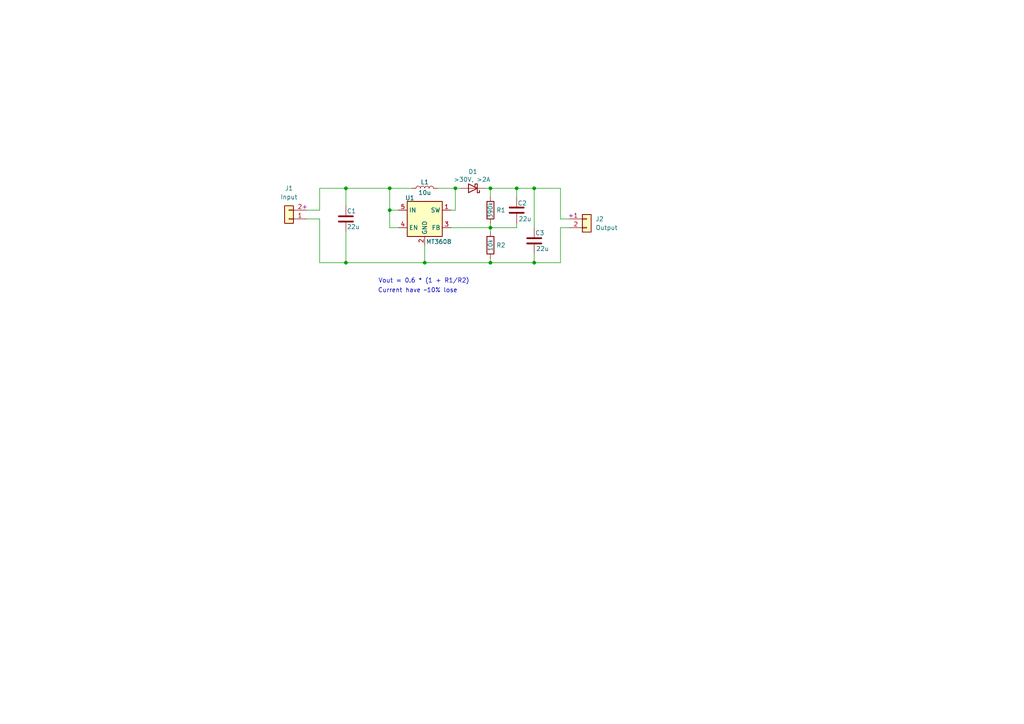
<source format=kicad_sch>
(kicad_sch (version 20231120) (generator "eeschema") (generator_version "8.0")
  (paper "A4")
  (lib_symbols
    (symbol "Connector_Generic:Conn_01x02" (pin_names (offset 1.016) hide)
      (property "Reference" "J" (at 0 2.54 0))
      (property "Value" "Conn_01x02" (at 0 -5.08 0))
      (symbol "Conn_01x02_1_1"
        (rectangle (start -1.27 -2.413) (end 0 -2.667) (stroke (width 0.1524)))
        (rectangle (start -1.27 0.127) (end 0 -0.127) (stroke (width 0.1524)))
        (rectangle (start -1.27 1.27) (end 1.27 -3.81) (stroke (width 0.254)) (fill (type background)))
        (pin passive line (at -5.08 0 0) (length 3.81) (name "Pin_1") (number "1"))
        (pin passive line (at -5.08 -2.54 0) (length 3.81) (name "Pin_2") (number "2"))
      )
    )
    (symbol "Device:C" (pin_numbers hide) (pin_names (offset 0.254))
      (property "Reference" "C" (at 0.635 2.54 0))
      (property "Value" "C" (at 0.635 -2.54 0))
      (symbol "C_0_1"
        (polyline (pts (xy -2.032 -0.762) (xy 2.032 -0.762)) (stroke (width 0.508)))
        (polyline (pts (xy -2.032 0.762) (xy 2.032 0.762)) (stroke (width 0.508)))
      )
      (symbol "C_1_1"
        (pin passive line (at 0 3.81 270) (length 2.794) (name "~") (number "1"))
        (pin passive line (at 0 -3.81 90) (length 2.794) (name "~") (number "2"))
      )
    )
    (symbol "Device:D_Schottky" (pin_numbers hide) (pin_names (offset 1.016) hide)
      (property "Reference" "D" (at 0 2.54 0))
      (property "Value" "D_Schottky" (at 0 -2.54 0))
      (symbol "D_Schottky_0_1"
        (polyline (pts (xy 1.27 0) (xy -1.27 0)))
        (polyline (pts (xy 1.27 1.27) (xy 1.27 -1.27) (xy -1.27 0) (xy 1.27 1.27)) (stroke (width 0.254)))
        (polyline (pts (xy -1.905 0.635) (xy -1.905 1.27) (xy -1.27 1.27) (xy -1.27 -1.27) (xy -0.635 -1.27) (xy -0.635 -0.635)) (stroke (width 0.254)))
      )
      (symbol "D_Schottky_1_1"
        (pin passive line (at -3.81 0 0) (length 2.54) (name "K") (number "1"))
        (pin passive line (at 3.81 0 180) (length 2.54) (name "A") (number "2"))
      )
    )
    (symbol "Device:L" (pin_numbers hide) (pin_names (offset 1.016) hide)
      (property "Reference" "L" (at -1.27 0 90))
      (property "Value" "L" (at 1.905 0 90))
      (symbol "L_0_1"
        (arc (start 0 -2.54) (mid 0.6323 -1.905) (end 0 -1.27))
        (arc (start 0 -1.27) (mid 0.6323 -0.635) (end 0 0))
        (arc (start 0 0) (mid 0.6323 0.635) (end 0 1.27))
        (arc (start 0 1.27) (mid 0.6323 1.905) (end 0 2.54))
      )
      (symbol "L_1_1"
        (pin passive line (at 0 3.81 270) (length 1.27) (name "1") (number "1"))
        (pin passive line (at 0 -3.81 90) (length 1.27) (name "2") (number "2"))
      )
    )
    (symbol "Device:R" (pin_numbers hide) (pin_names (offset 0))
      (property "Reference" "R" (at 2.032 0 90))
      (property "Value" "R" (at 0 0 90))
      (symbol "R_0_1"
        (rectangle (start -1.016 -2.54) (end 1.016 2.54) (stroke (width 0.254)))
      )
      (symbol "R_1_1"
        (pin passive line (at 0 3.81 270) (length 1.27) (name "~") (number "1"))
        (pin passive line (at 0 -3.81 90) (length 1.27) (name "~") (number "2"))
      )
    )
    (symbol "Regulator_Switching:MT3608"
      (property "Reference" "U" (at -2.54 8.89 0))
      (property "Value" "MT3608" (at -3.81 6.35 0))
      (symbol "MT3608_0_1"
        (rectangle (start -5.08 5.08) (end 5.08 -5.08) (stroke (width 0.254)) (fill (type background)))
      )
      (symbol "MT3608_1_1"
        (pin passive line (at 7.62 2.54 180) (length 2.54) (name "SW") (number "1"))
        (pin power_in line (at 0 -7.62 90) (length 2.54) (name "GND") (number "2"))
        (pin input line (at 7.62 -2.54 180) (length 2.54) (name "FB") (number "3"))
        (pin input line (at -7.62 -2.54 0) (length 2.54) (name "EN") (number "4"))
        (pin power_in line (at -7.62 2.54 0) (length 2.54) (name "IN") (number "5"))
        (pin no_connect line (at 5.08 0 180) (length 2.54) hide (name "NC") (number "6"))
      )
    )
  )
  (junction (at 142.24 66.04))
  (junction (at 113.03 60.96))
  (junction (at 154.94 76.2))
  (junction (at 142.24 54.61))
  (junction (at 132.08 54.61))
  (junction (at 154.94 54.61))
  (junction (at 100.33 54.61))
  (junction (at 142.24 76.2))
  (junction (at 123.19 76.2))
  (junction (at 100.33 76.2))
  (junction (at 113.03 54.61))
  (junction (at 149.86 54.61))
  (wire (pts (xy 142.24 74.93) (xy 142.24 76.2)))
  (wire (pts (xy 123.19 76.2) (xy 142.24 76.2)))
  (wire (pts (xy 100.33 54.61) (xy 113.03 54.61)))
  (wire (pts (xy 149.86 66.04) (xy 142.24 66.04)))
  (wire (pts (xy 127 54.61) (xy 132.08 54.61)))
  (wire (pts (xy 100.33 76.2) (xy 123.19 76.2)))
  (wire (pts (xy 92.71 60.96) (xy 92.71 54.61)))
  (wire (pts (xy 142.24 76.2) (xy 154.94 76.2)))
  (wire (pts (xy 88.9 60.96) (xy 92.71 60.96)))
  (wire (pts (xy 162.56 63.5) (xy 165.1 63.5)))
  (wire (pts (xy 123.19 71.12) (xy 123.19 76.2)))
  (wire (pts (xy 115.57 66.04) (xy 113.03 66.04)))
  (wire (pts (xy 142.24 67.31) (xy 142.24 66.04)))
  (wire (pts (xy 113.03 54.61) (xy 119.38 54.61)))
  (wire (pts (xy 92.71 76.2) (xy 100.33 76.2)))
  (wire (pts (xy 154.94 73.66) (xy 154.94 76.2)))
  (wire (pts (xy 149.86 64.77) (xy 149.86 66.04)))
  (wire (pts (xy 149.86 54.61) (xy 149.86 57.15)))
  (wire (pts (xy 142.24 54.61) (xy 142.24 57.15)))
  (wire (pts (xy 162.56 76.2) (xy 162.56 66.04)))
  (wire (pts (xy 113.03 60.96) (xy 113.03 54.61)))
  (wire (pts (xy 154.94 54.61) (xy 154.94 66.04)))
  (wire (pts (xy 154.94 76.2) (xy 162.56 76.2)))
  (wire (pts (xy 113.03 60.96) (xy 115.57 60.96)))
  (wire (pts (xy 92.71 63.5) (xy 92.71 76.2)))
  (wire (pts (xy 130.81 66.04) (xy 142.24 66.04)))
  (wire (pts (xy 92.71 54.61) (xy 100.33 54.61)))
  (wire (pts (xy 154.94 54.61) (xy 162.56 54.61)))
  (wire (pts (xy 140.97 54.61) (xy 142.24 54.61)))
  (wire (pts (xy 149.86 54.61) (xy 154.94 54.61)))
  (wire (pts (xy 132.08 60.96) (xy 132.08 54.61)))
  (wire (pts (xy 113.03 66.04) (xy 113.03 60.96)))
  (wire (pts (xy 88.9 63.5) (xy 92.71 63.5)))
  (wire (pts (xy 100.33 67.31) (xy 100.33 76.2)))
  (wire (pts (xy 132.08 54.61) (xy 133.35 54.61)))
  (wire (pts (xy 162.56 66.04) (xy 165.1 66.04)))
  (wire (pts (xy 142.24 54.61) (xy 149.86 54.61)))
  (wire (pts (xy 142.24 66.04) (xy 142.24 64.77)))
  (wire (pts (xy 130.81 60.96) (xy 132.08 60.96)))
  (wire (pts (xy 162.56 54.61) (xy 162.56 63.5)))
  (wire (pts (xy 100.33 54.61) (xy 100.33 59.69)))
  (text "Current have ~10% lose" (at 121.158 84.328 0) (effects (font (size 1.27 1.27))))
  (text "Vout = 0.6 * (1 + R1/R2)" (at 122.936 81.534 0) (effects (font (size 1.27 1.27))))
  (symbol (lib_id "Connector_Generic:Conn_01x02") (at 83.82 63.5 180) (unit 1)
    (property "Reference" "J1" (at 83.82 54.61 0))
    (property "Value" "Input" (at 83.82 57.15 0))
    (property "Footprint" "Connector_PinHeader_2.00mm:PinHeader_1x02_P2.00mm_Vertical" (effects (hide yes)))
    (property "Description" "Generic connector, single row, 01x02, script generated (kicad-library-utils/schlib/autogen/connector/)" (effects (hide yes)))
    (property "+" "+" (at 88.392 59.944 0))
  )
  (symbol (lib_id "Device:C") (at 100.33 63.5 0) (unit 1)
    (property "Reference" "C1" (at 100.584 61.214 0) (effects (justify left)))
    (property "Value" "22u" (at 100.584 65.786 0) (effects (justify left)))
    (property "Footprint" "Capacitor_SMD:C_0603_1608Metric_Pad1.08x0.95mm_HandSolder" (effects (hide yes)))
    (property "Description" "Unpolarized capacitor" (effects (hide yes)))
  )
  (symbol (lib_id "Device:L") (at 123.19 54.61 90) (unit 1)
    (property "Reference" "L1" (at 123.19 52.832 90))
    (property "Value" "10u" (at 123.19 55.88 90))
    (property "Footprint" "Inductor_SMD:L_0603_1608Metric_Pad1.05x0.95mm_HandSolder" (effects (hide yes)))
    (property "Description" "Inductor" (effects (hide yes)))
  )
  (symbol (lib_id "Regulator_Switching:MT3608") (at 123.19 63.5 0) (unit 1)
    (property "Reference" "U1" (at 118.872 57.404 0))
    (property "Value" "MT3608" (at 127.254 70.104 0))
    (property "Footprint" "Package_TO_SOT_SMD:SOT-23-6_Handsoldering" (effects (hide yes)))
    (property "Datasheet" "https://www.olimex.com/Products/Breadboarding/BB-PWR-3608/resources/MT3608.pdf" (effects (hide yes)))
    (property "Description" "High Efficiency 1.2MHz 2A Step Up Converter, 2-24V Vin, 28V Vout, 4A current limit, 1.2MHz, SOT23-6" (effects (hide yes)))
  )
  (symbol (lib_id "Device:C") (at 149.86 60.96 0) (unit 1)
    (property "Reference" "C2" (at 150.114 58.928 0) (effects (justify left)))
    (property "Value" "22u" (at 150.368 63.5 0) (effects (justify left)))
    (property "Footprint" "Capacitor_SMD:C_0603_1608Metric_Pad1.08x0.95mm_HandSolder" (effects (hide yes)))
    (property "Description" "Unpolarized capacitor" (effects (hide yes)))
  )
  (symbol (lib_id "Connector_Generic:Conn_01x02") (at 170.18 63.5 0) (unit 1)
    (property "Reference" "J2" (at 172.72 63.4999 0) (effects (justify left)))
    (property "Value" "Output" (at 172.72 66.0399 0) (effects (justify left)))
    (property "Footprint" "Connector_PinHeader_2.00mm:PinHeader_1x02_P2.00mm_Vertical" (effects (hide yes)))
    (property "Description" "Generic connector, single row, 01x02, script generated (kicad-library-utils/schlib/autogen/connector/)" (effects (hide yes)))
    (property "+" "+" (at 165.608 62.484 0))
  )
  (symbol (lib_id "Device:C") (at 154.94 69.85 0) (unit 1)
    (property "Reference" "C3" (at 155.194 67.564 0) (effects (justify left)))
    (property "Value" "22u" (at 155.448 72.136 0) (effects (justify left)))
    (property "Footprint" "Capacitor_SMD:C_0603_1608Metric_Pad1.08x0.95mm_HandSolder" (effects (hide yes)))
    (property "Description" "Unpolarized capacitor" (effects (hide yes)))
  )
  (symbol (lib_id "Device:R") (at 142.24 71.12 0) (mirror x) (unit 1)
    (property "Reference" "R2" (at 145.288 71.12 0))
    (property "Value" "10k" (at 142.24 71.12 90))
    (property "Footprint" "Resistor_SMD:R_0603_1608Metric_Pad0.98x0.95mm_HandSolder" (effects (hide yes)))
    (property "Description" "Resistor" (effects (hide yes)))
  )
  (symbol (lib_id "Device:R") (at 142.24 60.96 0) (mirror x) (unit 1)
    (property "Reference" "R1" (at 145.288 60.96 0))
    (property "Value" "390k" (at 142.24 60.96 90))
    (property "Footprint" "Resistor_SMD:R_0603_1608Metric_Pad0.98x0.95mm_HandSolder" (effects (hide yes)))
    (property "Description" "Resistor" (effects (hide yes)))
  )
  (symbol (lib_id "Device:D_Schottky") (at 137.16 54.61 180) (unit 1)
    (property "Reference" "D1" (at 137.16 49.784 0))
    (property "Value" ">30V, >2A" (at 136.906 52.07 0))
    (property "Footprint" "Diode_SMD:D_SMA_Handsoldering" (effects (hide yes)))
    (property "Description" "Schottky diode" (effects (hide yes)))
  )
)
</source>
